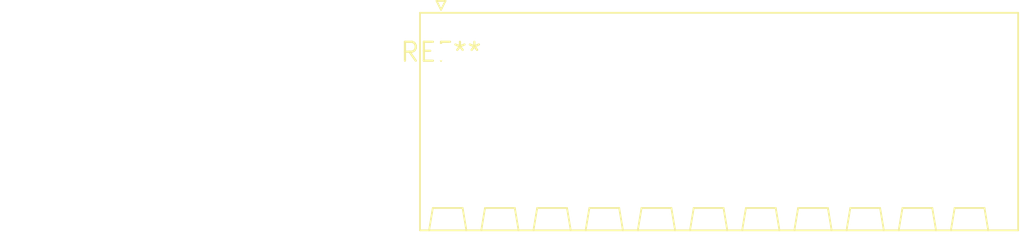
<source format=kicad_pcb>
(kicad_pcb (version 20240108) (generator pcbnew)
  (layers (0 "F.Cu" signal) (31 "B.Cu" signal) (34 "B.Paste" user) (35 "F.Paste" user) (36 "B.SilkS" user "B.Silkscreen") (37 "F.SilkS" user "F.Silkscreen") (38 "B.Mask" user) (39 "F.Mask" user) (44 "Edge.Cuts" user))
  (net 0 "")
  (footprint "PhoenixContact_SPT_1.5_11-H-3.5_1x11_P3.5mm_Horizontal" (layer "F.Cu") (at 0 0)
    (property "Reference" "REF**")
    (property "Value" "PhoenixContact_SPT_1.5_11-H-3.5_1x11_P3.5mm_Horizontal")
    (fp_line (start -1.41 -2.64) (end 38.71 -2.64) (layer "F.SilkS") (stroke (width 0.12)))
    (fp_line (start -1.41 11.98) (end -1.41 -2.64) (layer "F.SilkS") (stroke (width 0.12)))
    (fp_line (start -0.8 11.98) (end -0.55 10.48) (layer "F.SilkS") (stroke (width 0.12)))
    (fp_line (start -0.55 10.48) (end 1.45 10.48) (layer "F.SilkS") (stroke (width 0.12)))
    (fp_line (start -0.3 -3.44) (end 0 -2.84) (layer "F.SilkS") (stroke (width 0.12)))
    (fp_line (start -0.3 -3.44) (end 0.3 -3.44) (layer "F.SilkS") (stroke (width 0.12)))
    (fp_line (start 0.3 -3.44) (end 0 -2.84) (layer "F.SilkS") (stroke (width 0.12)))
    (fp_line (start 1.7 11.98) (end 1.45 10.48) (layer "F.SilkS") (stroke (width 0.12)))
    (fp_line (start 2.7 11.98) (end 2.95 10.48) (layer "F.SilkS") (stroke (width 0.12)))
    (fp_line (start 2.95 10.48) (end 4.95 10.48) (layer "F.SilkS") (stroke (width 0.12)))
    (fp_line (start 5.2 11.98) (end 4.95 10.48) (layer "F.SilkS") (stroke (width 0.12)))
    (fp_line (start 6.2 11.98) (end 6.45 10.48) (layer "F.SilkS") (stroke (width 0.12)))
    (fp_line (start 6.45 10.48) (end 8.45 10.48) (layer "F.SilkS") (stroke (width 0.12)))
    (fp_line (start 8.7 11.98) (end 8.45 10.48) (layer "F.SilkS") (stroke (width 0.12)))
    (fp_line (start 9.7 11.98) (end 9.95 10.48) (layer "F.SilkS") (stroke (width 0.12)))
    (fp_line (start 9.95 10.48) (end 11.95 10.48) (layer "F.SilkS") (stroke (width 0.12)))
    (fp_line (start 12.2 11.98) (end 11.95 10.48) (layer "F.SilkS") (stroke (width 0.12)))
    (fp_line (start 13.2 11.98) (end 13.45 10.48) (layer "F.SilkS") (stroke (width 0.12)))
    (fp_line (start 13.45 10.48) (end 15.45 10.48) (layer "F.SilkS") (stroke (width 0.12)))
    (fp_line (start 15.7 11.98) (end 15.45 10.48) (layer "F.SilkS") (stroke (width 0.12)))
    (fp_line (start 16.7 11.98) (end 16.95 10.48) (layer "F.SilkS") (stroke (width 0.12)))
    (fp_line (start 16.95 10.48) (end 18.95 10.48) (layer "F.SilkS") (stroke (width 0.12)))
    (fp_line (start 19.2 11.98) (end 18.95 10.48) (layer "F.SilkS") (stroke (width 0.12)))
    (fp_line (start 20.2 11.98) (end 20.45 10.48) (layer "F.SilkS") (stroke (width 0.12)))
    (fp_line (start 20.45 10.48) (end 22.45 10.48) (layer "F.SilkS") (stroke (width 0.12)))
    (fp_line (start 22.7 11.98) (end 22.45 10.48) (layer "F.SilkS") (stroke (width 0.12)))
    (fp_line (start 23.7 11.98) (end 23.95 10.48) (layer "F.SilkS") (stroke (width 0.12)))
    (fp_line (start 23.95 10.48) (end 25.95 10.48) (layer "F.SilkS") (stroke (width 0.12)))
    (fp_line (start 26.2 11.98) (end 25.95 10.48) (layer "F.SilkS") (stroke (width 0.12)))
    (fp_line (start 27.2 11.98) (end 27.45 10.48) (layer "F.SilkS") (stroke (width 0.12)))
    (fp_line (start 27.45 10.48) (end 29.45 10.48) (layer "F.SilkS") (stroke (width 0.12)))
    (fp_line (start 29.7 11.98) (end 29.45 10.48) (layer "F.SilkS") (stroke (width 0.12)))
    (fp_line (start 30.7 11.98) (end 30.95 10.48) (layer "F.SilkS") (stroke (width 0.12)))
    (fp_line (start 30.95 10.48) (end 32.95 10.48) (layer "F.SilkS") (stroke (width 0.12)))
    (fp_line (start 33.2 11.98) (end 32.95 10.48) (layer "F.SilkS") (stroke (width 0.12)))
    (fp_line (start 34.2 11.98) (end 34.45 10.48) (layer "F.SilkS") (stroke (width 0.12)))
    (fp_line (start 34.45 10.48) (end 36.45 10.48) (layer "F.SilkS") (stroke (width 0.12)))
    (fp_line (start 36.7 11.98) (end 36.45 10.48) (layer "F.SilkS") (stroke (width 0.12)))
    (fp_line (start 38.71 -2.64) (end 38.71 11.98) (layer "F.SilkS") (stroke (width 0.12)))
    (fp_line (start 38.71 11.98) (end -1.41 11.98) (layer "F.SilkS") (stroke (width 0.12)))
    (pad "1" thru_hole roundrect (at 0 0) (size 1.8 3.3) (drill 1.1) (layers *.Cu *.Mask) (remove_unused_layers) (roundrect_rratio 0.138889))
    (pad "1" thru_hole roundrect (at 0 8.2) (size 1.8 3.3) (drill 1.1) (layers *.Cu *.Mask) (remove_unused_layers) (roundrect_rratio 0.138889))
    (pad "2" thru_hole oval (at 3.5 0) (size 1.8 3.3) (drill 1.1) (layers *.Cu *.Mask) (remove_unused_layers))
    (pad "2" thru_hole oval (at 3.5 8.2) (size 1.8 3.3) (drill 1.1) (layers *.Cu *.Mask) (remove_unused_layers))
    (pad "3" thru_hole oval (at 7 0) (size 1.8 3.3) (drill 1.1) (layers *.Cu *.Mask) (remove_unused_layers))
    (pad "3" thru_hole oval (at 7 8.2) (size 1.8 3.3) (drill 1.1) (layers *.Cu *.Mask) (remove_unused_layers))
    (pad "4" thru_hole oval (at 10.5 0) (size 1.8 3.3) (drill 1.1) (layers *.Cu *.Mask) (remove_unused_layers))
    (pad "4" thru_hole oval (at 10.5 8.2) (size 1.8 3.3) (drill 1.1) (layers *.Cu *.Mask) (remove_unused_layers))
    (pad "5" thru_hole oval (at 14 0) (size 1.8 3.3) (drill 1.1) (layers *.Cu *.Mask) (remove_unused_layers))
    (pad "5" thru_hole oval (at 14 8.2) (size 1.8 3.3) (drill 1.1) (layers *.Cu *.Mask) (remove_unused_layers))
    (pad "6" thru_hole oval (at 17.5 0) (size 1.8 3.3) (drill 1.1) (layers *.Cu *.Mask) (remove_unused_layers))
    (pad "6" thru_hole oval (at 17.5 8.2) (size 1.8 3.3) (drill 1.1) (layers *.Cu *.Mask) (remove_unused_layers))
    (pad "7" thru_hole oval (at 21 0) (size 1.8 3.3) (drill 1.1) (layers *.Cu *.Mask) (remove_unused_layers))
    (pad "7" thru_hole oval (at 21 8.2) (size 1.8 3.3) (drill 1.1) (layers *.Cu *.Mask) (remove_unused_layers))
    (pad "8" thru_hole oval (at 24.5 0) (size 1.8 3.3) (drill 1.1) (layers *.Cu *.Mask) (remove_unused_layers))
    (pad "8" thru_hole oval (at 24.5 8.2) (size 1.8 3.3) (drill 1.1) (layers *.Cu *.Mask) (remove_unused_layers))
    (pad "9" thru_hole oval (at 28 0) (size 1.8 3.3) (drill 1.1) (layers *.Cu *.Mask) (remove_unused_layers))
    (pad "9" thru_hole oval (at 28 8.2) (size 1.8 3.3) (drill 1.1) (layers *.Cu *.Mask) (remove_unused_layers))
    (pad "10" thru_hole oval (at 31.5 0) (size 1.8 3.3) (drill 1.1) (layers *.Cu *.Mask) (remove_unused_layers))
    (pad "10" thru_hole oval (at 31.5 8.2) (size 1.8 3.3) (drill 1.1) (layers *.Cu *.Mask) (remove_unused_layers))
    (pad "11" thru_hole oval (at 35 0) (size 1.8 3.3) (drill 1.1) (layers *.Cu *.Mask) (remove_unused_layers))
    (pad "11" thru_hole oval (at 35 8.2) (size 1.8 3.3) (drill 1.1) (layers *.Cu *.Mask) (remove_unused_layers))
  )
)
</source>
